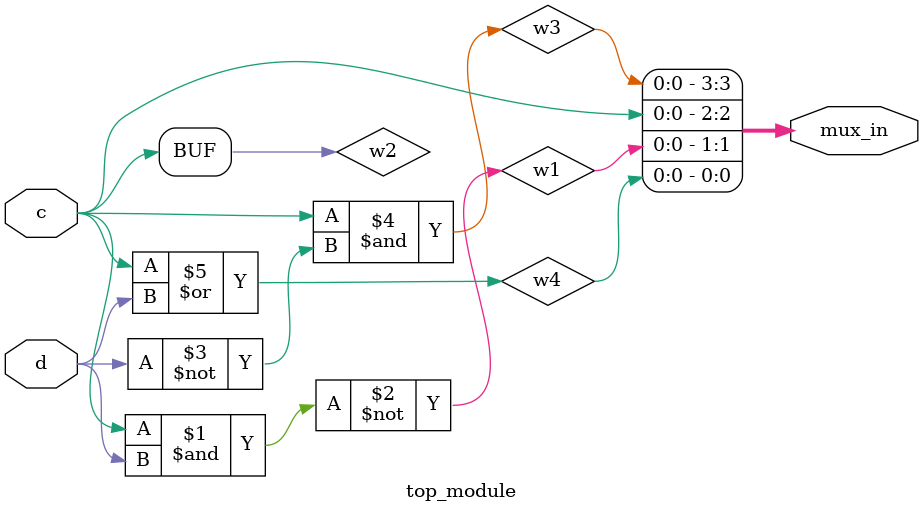
<source format=sv>
module top_module (
	input c,
	input d,
	output [3:0] mux_in
);

// Declare intermediate signals
wire w1, w2, w3, w4;

// Implement the Karnaugh map logic
assign w1 = ~(c & d);
assign w2 = c;
assign w3 = c & ~d;
assign w4 = c | d;

// Connect the intermediate signals to the multiplexer inputs
assign mux_in[0] = w4;
assign mux_in[1] = w1;
assign mux_in[2] = w2;
assign mux_in[3] = w3;

endmodule

</source>
